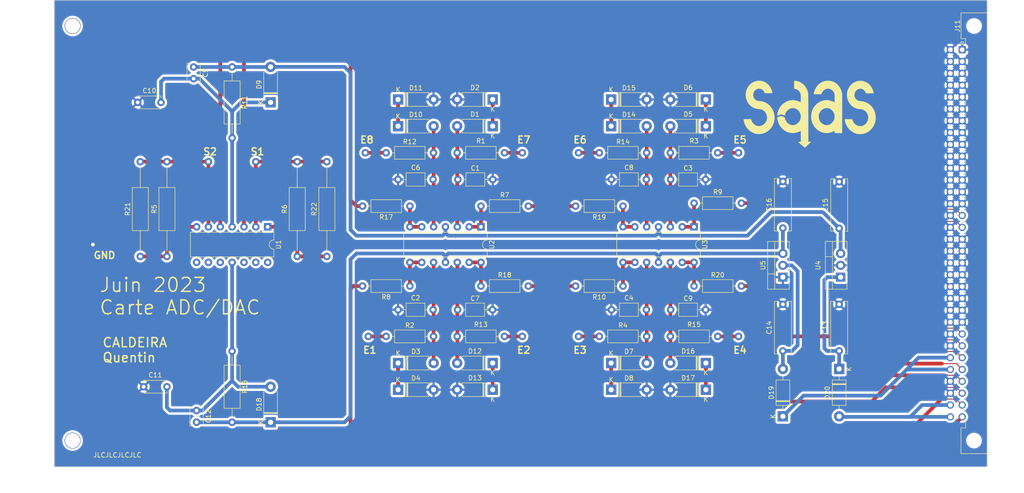
<source format=kicad_pcb>
(kicad_pcb (version 20221018) (generator pcbnew)
  (layers (0 "F.Cu" signal) (31 "B.Cu" signal) (34 "B.Paste" user) (35 "F.Paste" user) (36 "B.SilkS" user "B.Silkscreen") (37 "F.SilkS" user "F.Silkscreen") (38 "B.Mask" user) (39 "F.Mask" user) (44 "Edge.Cuts" user))
  (net 0 "")
  (net 1 "Net-(D1-A)")
  (net 2 "GND")
  (net 3 "Net-(D3-A)")
  (net 4 "Net-(D5-A)")
  (net 5 "Net-(D7-A)")
  (net 6 "Net-(D9-K)")
  (net 7 "Net-(D10-A)")
  (net 8 "Net-(D12-A)")
  (net 9 "Net-(D14-A)")
  (net 10 "Net-(D16-A)")
  (net 11 "/-15")
  (net 12 "Net-(D18-A)")
  (net 13 "/+15")
  (net 14 "Net-(D20-K)")
  (net 15 "Net-(D19-A)")
  (net 16 "Net-(D1-K)")
  (net 17 "Net-(D3-K)")
  (net 18 "Net-(D5-K)")
  (net 19 "Net-(D7-K)")
  (net 20 "Net-(D10-K)")
  (net 21 "Net-(D12-K)")
  (net 22 "Net-(D14-K)")
  (net 23 "Net-(D16-K)")
  (net 24 "/+24")
  (net 25 "/-24")
  (net 26 "/E1")
  (net 27 "/E2")
  (net 28 "/E3")
  (net 29 "/E4")
  (net 30 "/E5")
  (net 31 "/E6")
  (net 32 "/E7")
  (net 33 "/E8")
  (net 34 "/S1")
  (net 35 "/S2")
  (net 36 "Net-(U2A--)")
  (net 37 "Net-(U2C--)")
  (net 38 "Net-(U2B--)")
  (net 39 "Net-(U2D--)")
  (net 40 "Net-(U3A--)")
  (net 41 "Net-(U3C--)")
  (net 42 "Net-(U3B--)")
  (net 43 "Net-(U3D--)")
  (net 44 "Net-(R21-Pad1)")
  (net 45 "Net-(R22-Pad1)")
  (net 46 "unconnected-(R1-Pad1)")
  (net 47 "unconnected-(R2-Pad1)")
  (net 48 "unconnected-(R3-Pad1)")
  (net 49 "unconnected-(R4-Pad1)")
  (net 50 "unconnected-(R12-Pad1)")
  (net 51 "unconnected-(R13-Pad1)")
  (net 52 "unconnected-(R14-Pad1)")
  (net 53 "unconnected-(R15-Pad1)")
  (net 54 "/tempS2")
  (net 55 "/tempS1")
  (footprint "Diode_THT:D_DO-41_SOD81_P10.16mm_Horizontal" (layer "F.Cu") (at 213.385 129.045 -90)
    (fp_text reference "D20")
    (fp_text value "1N4001" hide)
  )
  (footprint "Resistor_THT:R_Axial_DIN0309_L9.0mm_D3.2mm_P15.24mm_Horizontal" (layer "F.Cu") (at 83.215 64.275 -90)
    (fp_text reference "R11")
    (fp_text value "2k")
  )
  (footprint "Diode_THT:D_DO-41_SOD81_P7.62mm_Horizontal" (layer "F.Cu") (at 184.81 133.49 180)
    (fp_text reference "D17")
    (fp_text value "10V" hide)
  )
  (footprint "Package_DIP:DIP-14_W7.62mm" (layer "F.Cu") (at 90.835 98.565 -90)
    (fp_text reference "U1")
    (fp_text value "TL064")
  )
  (footprint "Package_DIP:DIP-14_W7.62mm" (layer "F.Cu") (at 182.27 98.565 -90)
    (fp_text reference "U3")
    (fp_text value "TL064")
  )
  (footprint "Resistor_THT:R_Axial_DIN0207_L6.3mm_D2.5mm_P10.16mm_Horizontal" (layer "F.Cu") (at 121.34 94.12 180)
    (fp_text reference "R17")
    (fp_text value "R_US")
  )
  (footprint "Capacitor_THT:C_Axial_L3.8mm_D2.6mm_P7.50mm_Horizontal" (layer "F.Cu") (at 172.05 88.405 180)
    (fp_text reference "C8")
    (fp_text value "0F" hide)
  )
  (footprint "Resistor_THT:R_Axial_DIN0207_L6.3mm_D2.5mm_P10.16mm_Horizontal" (layer "F.Cu") (at 121.34 111.265 180)
    (fp_text reference "R8")
    (fp_text value "R_US")
  )
  (footprint "Resistor_THT:R_Axial_DIN0207_L6.3mm_D2.5mm_P10.16mm_Horizontal" (layer "F.Cu") (at 182.27 93.485)
    (fp_text reference "R9")
    (fp_text value "R_US")
  )
  (footprint "Diode_THT:D_DO-41_SOD81_P7.62mm_Horizontal" (layer "F.Cu") (at 91.465 71.885 90)
    (fp_text reference "D9")
    (fp_text value "15V")
  )
  (footprint "Resistor_THT:R_Axial_DIN0309_L9.0mm_D3.2mm_P20.32mm_Horizontal" (layer "F.Cu") (at 97.18 104.915 90)
    (fp_text reference "R6")
    (fp_text value "1k")
  )
  (footprint "Capacitor_THT:C_Disc_D4.7mm_W2.5mm_P5.00mm" (layer "F.Cu") (at 64.24 132.855)
    (fp_text reference "C11")
    (fp_text value "10n")
  )
  (footprint "Diode_THT:D_DO-41_SOD81_P7.62mm_Horizontal" (layer "F.Cu") (at 164.49 71.26)
    (fp_text reference "D15")
    (fp_text value "10V" hide)
  )
  (footprint "Diode_THT:D_DO-41_SOD81_P10.16mm_Horizontal" (layer "F.Cu") (at 201.32 139.205 90)
    (fp_text reference "D19")
    (fp_text value "1N4001")
  )
  (footprint "Diode_THT:D_DO-41_SOD81_P7.62mm_Horizontal" (layer "F.Cu") (at 118.8 71.26)
    (fp_text reference "D11")
    (fp_text value "10V")
  )
  (footprint "Capacitor_THT:C_Rect_L11.0mm_W3.4mm_P10.00mm_MKT" (layer "F.Cu") (at 201.32 98.83 90)
    (fp_text reference "C16")
    (fp_text value "0.22uF")
  )
  (footprint "Diode_THT:D_DO-41_SOD81_P7.62mm_Horizontal" (layer "F.Cu") (at 164.49 133.49)
    (fp_text reference "D8")
    (fp_text value "10V")
  )
  (footprint "Resistor_THT:R_Axial_DIN0207_L6.3mm_D2.5mm_P10.16mm_Horizontal" (layer "F.Cu") (at 141.63 122.06 180)
    (fp_text reference "R13")
    (fp_text value "R_US")
  )
  (footprint "Resistor_THT:R_Axial_DIN0207_L6.3mm_D2.5mm_P10.16mm_Horizontal" (layer "F.Cu") (at 136.58 111.265)
    (fp_text reference "R18")
    (fp_text value "R_US")
  )
  (footprint "Capacitor_THT:C_Axial_L3.8mm_D2.6mm_P7.50mm_Horizontal" (layer "F.Cu") (at 131.56 116.345)
    (fp_text reference "C7")
    (fp_text value "0F")
  )
  (footprint "Resistor_THT:R_Axial_DIN0207_L6.3mm_D2.5mm_P10.16mm_Horizontal" (layer "F.Cu") (at 116.23 122.06)
    (fp_text reference "R2")
    (fp_text value "R_US")
  )
  (footprint "Resistor_THT:R_Axial_DIN0309_L9.0mm_D3.2mm_P20.32mm_Horizontal" (layer "F.Cu") (at 69.24 104.915 90)
    (fp_text reference "R5")
    (fp_text value "1k")
  )
  (footprint "Resistor_THT:R_Axial_DIN0207_L6.3mm_D2.5mm_P10.16mm_Horizontal" (layer "F.Cu") (at 161.95 122.06)
    (fp_text reference "R4")
    (fp_text value "R_US")
  )
  (footprint "Connector_DIN:DIN41612_B_2x32_Male_Horizontal_THT" (layer "F.Cu") (at 239.77 60.58 -90)
    (fp_text reference "J11")
    (fp_text value "DIN41612_02x32_AB" hide)
  )
  (footprint "Resistor_THT:R_Axial_DIN0207_L6.3mm_D2.5mm_P10.16mm_Horizontal" (layer "F.Cu") (at 187.35 82.69 180)
    (fp_text reference "R3")
    (fp_text value "R_US")
  )
  (footprint "Resistor_THT:R_Axial_DIN0207_L6.3mm_D2.5mm_P10.16mm_Horizontal" (layer "F.Cu") (at 136.58 94.12)
    (fp_text reference "R7")
    (fp_text value "R_US")
  )
  (footprint "Capacitor_THT:C_Axial_L3.8mm_D2.6mm_P7.50mm_Horizontal" (layer "F.Cu") (at 126.3 88.405 180)
    (fp_text reference "C6")
    (fp_text value "0F")
  )
  (footprint "Capacitor_THT:C_Disc_D4.7mm_W2.5mm_P5.00mm" (layer "F.Cu") (at 62.97 71.885)
    (fp_text reference "C10")
    (fp_text value "10n")
  )
  (footprint "Capacitor_THT:C_Disc_D3.8mm_W2.6mm_P2.50mm" (layer "F.Cu") (at 75.59 137.955 -90)
    (fp_text reference "C12")
    (fp_text value "10n")
  )
  (footprint "Resistor_THT:R_Axial_DIN0207_L6.3mm_D2.5mm_P10.16mm_Horizontal" (layer "F.Cu") (at 187.35 122.06 180)
    (fp_text reference "R15")
    (fp_text value "R_US")
  )
  (footprint "Package_DIP:DIP-14_W7.62mm" (layer "F.Cu") (at 136.58 98.565 -90)
    (fp_text reference "U2")
    (fp_text value "TL064")
  )
  (footprint "Resistor_THT:R_Axial_DIN0309_L9.0mm_D3.2mm_P20.32mm_Horizontal" (layer "F.Cu") (at 103.53 104.915 90)
    (fp_text reference "R22")
    (fp_text value "1k")
  )
  (footprint "Capacitor_THT:C_Disc_D3.8mm_W2.6mm_P2.50mm" (layer "F.Cu") (at 74.955 64.295 -90)
    (fp_text reference "C5")
    (fp_text value "10n")
  )
  (footprint "Diode_THT:D_DO-41_SOD81_P7.62mm_Horizontal" (layer "F.Cu") (at 164.49 127.775)
    (fp_text reference "D7")
    (fp_text value "10V" hide)
  )
  (footprint "Resistor_THT:R_Axial_DIN0309_L9.0mm_D3.2mm_P20.32mm_Horizontal" (layer "F.Cu") (at 63.525 104.915 90)
    (fp_text reference "R21")
    (fp_text value "1k")
  )
  (footprint "Resistor_THT:R_Axial_DIN0207_L6.3mm_D2.5mm_P10.16mm_Horizontal" (layer "F.Cu") (at 182.265 111.265)
    (fp_text reference "R20")
    (fp_text value "R_US")
  )
  (footprint "Diode_THT:D_DO-41_SOD81_P7.62mm_Horizontal" (layer "F.Cu") (at 164.49 76.975)
    (fp_text reference "D14")
    (fp_text value "10V" hide)
  )
  (footprint "Diode_THT:D_DO-41_SOD81_P7.62mm_Horizontal" (layer "F.Cu") (at 184.81 76.975 180)
    (fp_text reference "D5")
    (fp_text value "10V" hide)
  )
  (footprint "Diode_THT:D_DO-41_SOD81_P7.62mm_Horizontal" (layer "F.Cu") (at 139.09 76.975 180)
    (fp_text reference "D1")
    (fp_text value "10V")
  )
  (footprint "Diode_THT:D_DO-41_SOD81_P7.62mm_Horizontal" (layer "F.Cu") (at 139.09 127.775 180)
    (fp_text reference "D12")
    (fp_text value "10V")
  )
  (footprint "Diode_THT:D_DO-41_SOD81_P7.62mm_Horizontal" (layer "F.Cu") (at 91.465 140.475 90)
    (fp_text reference "D18")
    (fp_text value "15V")
  )
  (footprint "Diode_THT:D_DO-41_SOD81_P7.62mm_Horizontal" (layer "F.Cu") (at 118.8 76.975)
    (fp_text reference "D10")
    (fp_text value "10V")
  )
  (footprint "Diode_THT:D_DO-41_SOD81_P7.62mm_Horizontal" (layer "F.Cu") (at 184.81 127.775 180)
    (fp_text reference "D16")
    (fp_text value "10V" hide)
  )
  (footprint "Capacitor_THT:C_Rect_L11.0mm_W3.4mm_P10.00mm_MKT" (layer "F.Cu") (at 213.385 125.175 90)
    (fp_text reference "C13")
    (fp_text value "0.22uF")
  )
  (footprint "Resistor_THT:R_Axial_DIN0207_L6.3mm_D2.5mm_P10.16mm_Horizontal" (layer "F.Cu") (at 167.03 94.12 180)
    (fp_text reference "R19")
    (fp_text value "R_US")
  )
  (footprint "Package_TO_SOT_THT:TO-220-3_Vertical" (layer "F.Cu") (at 201.32 109.36 90)
    (fp_text reference "U5")
    (fp_text value "L7915")
  )
  (footprint "Capacitor_THT:C_Axial_L3.8mm_D2.6mm_P7.50mm_Horizontal" (layer "F.Cu") (at 177.25 88.405)
    (fp_text reference "C3")
    (fp_text value "0F" hide)
  )
  (footprint "Diode_THT:D_DO-41_SOD81_P7.62mm_Horizontal" (layer "F.Cu") (at 139.09 133.49 180)
    (fp_text reference "D13")
    (fp_text value "10V")
  )
  (footprint "logo:serigraphie" (layer "F.Cu") (at 207.035 74.435)
    (fp_text reference "G***" hide)
    (fp_text value "LOGO" hide)
  )
  (footprint "Diode_THT:D_DO-41_SOD81_P7.62mm_Horizontal" (layer "F.Cu") (at 139.09 71.26 180)
    (fp_text reference "D2")
    (fp_text value "10V")
  )
  (footprint "Capacitor_THT:C_Rect_L11.0mm_W3.4mm_P10.00mm_MKT" (layer "F.Cu") (at 201.32 125.175 90)
    (fp_text reference "C14")
    (fp_text value "0.22uF")
  )
  (footprint "Package_TO_SOT_THT:TO-220-3_Vertical" (layer "F.Cu") (at 213.695 109.36 90)
    (fp_text reference "U4")
    (fp_text value "L7815")
  )
  (footprint "Capacitor_THT:C_Axial_L3.8mm_D2.6mm_P7.50mm_Horizontal" (layer "F.Cu") (at 177.25 116.345)
    (fp_text reference "C9")
    (fp_text value "0F")
  )
  (footprint "Capacitor_THT:C_Axial_L3.8mm_D2.6mm_P7.50mm_Horizontal" (layer "F.Cu") (at 131.62 88.405)
    (fp_text reference "C1")
    (fp_text value "0F")
  )
  (footprint "Diode_THT:D_DO-41_SOD81_P7.62mm_Horizontal" (layer "F.Cu") (at 118.8 133.49)
    (fp_text reference "D4")
    (fp_text value "10V")
  )
  (footprint "Diode_THT:D_DO-41_SOD81_P7.62mm_Horizontal" (layer "F.Cu") (at 184.81 71.26 180)
    (fp_text reference "D6")
    (fp_text value "10V" hide)
  )
  (footprint "Resistor_THT:R_Axial_DIN0207_L6.3mm_D2.5mm_P10.16mm_Horizontal" (layer "F.Cu") (at 161.95 82.69)
    (fp_text reference "R14")
    (fp_text value "R_US")
  )
  (footprint "Diode_THT:D_DO-41_SOD81_P7.62mm_Horizontal" (layer "F.Cu") (at 118.8 127.775)
    (fp_text reference "D3")
    (fp_text value "10V")
  )
  (footprint "Resistor_THT:R_Axial_DIN0207_L6.3mm_D2.5mm_P10.16mm_Horizontal" (layer "F.Cu") (at 167.03 111.265 180)
    (fp_text reference "R10")
    (fp_text value "R_US")
  )
  (footprint "Resistor_THT:R_Axial_DIN0207_L6.3mm_D2.5mm_P10.16mm_Horizontal" (layer "F.Cu") (at 141.63 82.69 180)
    (fp_text reference "R1")
    (fp_text value "R_US")
  )
  (footprint "Resistor_THT:R_Axial_DIN0309_L9.0mm_D3.2mm_P15.24mm_Horizontal" (layer "F.Cu") (at 83.21 125.235 -90)
    (fp_text reference "R16")
    (fp_text value "2k")
  )
  (footprint "Capacitor_THT:C_Rect_L11.0mm_W3.4mm_P10.00mm_MKT" (layer "F.Cu") (at 213.385 98.89 90)
    (fp_text reference "C15")
    (fp_text value "0.22uF")
  )
  (footprint "Capacitor_THT:C_Axial_L3.8mm_D2.6mm_P7.50mm_Horizontal" (layer "F.Cu") (at 172.05 116.345 180)
    (fp_text reference "C4")
    (fp_text value "0F" hide)
  )
  (footprint "Resistor_THT:R_Axial_DIN0207_L6.3mm_D2.5mm_P10.16mm_Horizontal" (layer "F.Cu") (at 116.23 82.69)
    (fp_text reference "R12")
    (fp_text value "R_US")
  )
  (footprint "Capacitor_THT:C_Axial_L3.8mm_D2.6mm_P7.50mm_Horizontal" (layer "F.Cu") (at 126.3 116.345 180)
    (fp_text reference "C2")
    (fp_text value "0F")
  )
  (gr_rect (start 45.11 50) (end 245.11 150) (stroke (width 0.1)) (fill none) (layer "Edge.Cuts"))
  (gr_text "Juin 2023\nCarte ADC/DAC\n" (at 54.61 117.615) (layer "F.SilkS") (effects (font (size 3 3) (thickness 0.3) bold) (justify left bottom)))
  (gr_text "E2" (at 144.17 125.87) (layer "F.SilkS") (effects (font (size 1.5 1.5) (thickness 0.3) bold) (justify left bottom)))
  (gr_text "E4" (at 190.525 125.87) (layer "F.SilkS") (effects (font (size 1.5 1.5) (thickness 0.3) bold) (justify left bottom)))
  (gr_text "E7" (at 144.17 80.785) (layer "F.SilkS") (effects (font (size 1.5 1.5) (thickness 0.3) bold) (justify left bottom)))
  (gr_text "E8" (at 110.515 80.785) (layer "F.SilkS") (effects (font (size 1.5 1.5) (thickness 0.3) bold) (justify left bottom)))
  (gr_text "E3" (at 156.235 125.87) (layer "F.SilkS") (effects (font (size 1.5 1.5) (thickness 0.3) bold) (justify left bottom)))
  (gr_text "S2" (at 76.86 83.325) (layer "F.SilkS") (effects (font (size 1.5 1.5) (thickness 0.3) bold) (justify left bottom)))
  (gr_text "S1" (at 87.02 83.325) (layer "F.SilkS") (effects (font (size 1.5 1.5) (thickness 0.3) bold) (justify left bottom)))
  (gr_text "GND" (at 53.365 105.55) (layer "F.SilkS") (effects (font (size 1.5 1.5) (thickness 0.3) bold) (justify left bottom)))
  (gr_text "CALDEIRA\nQuentin" (at 55.27 127.775) (layer "F.SilkS") (effects (font (size 2 2) (thickness 0.3) bold) (justify left bottom)))
  (gr_text "E6" (at 156.235 80.785) (layer "F.SilkS") (effects (font (size 1.5 1.5) (thickness 0.3) bold) (justify left bottom)))
  (gr_text "JLCJLCJLCJLC" (at 53.365 148.095) (layer "F.SilkS") (effects (font (size 1 1)) (justify left bottom)))
  (gr_text "E5" (at 190.525 80.785) (layer "F.SilkS") (effects (font (size 1.5 1.5) (thickness 0.3) bold) (justify left bottom)))
  (gr_text "E1" (at 111.15 125.87) (layer "F.SilkS") (effects (font (size 1.5 1.5) (thickness 0.3) bold) (justify left bottom)))
  (via (at 49.01 55.5) (size 3.4) (drill 3.2) (layers "F.Cu" "B.Cu") (net 0))
  (via (at 49.01 144.4) (size 3.4) (drill 3.2) (layers "F.Cu" "B.Cu") (net 0))
  (segment (start 131.5 98.565) (end 131.5 77.005) (width 0.8) (layer "F.Cu") (net 1))
  (segment (start 131.5 77.005) (end 131.47 76.975) (width 0.8) (layer "F.Cu") (net 1))
  (via (at 53.365 102.375) (size 1.6) (drill 0.8) (layers "F.Cu" "B.Cu") (net 2))
  (segment (start 126.42 106.185) (end 126.42 127.775) (width 0.8) (layer "F.Cu") (net 3))
  (segment (start 177.19 98.565) (end 177.19 76.975) (width 0.8) (layer "F.Cu") (net 4))
  (segment (start 172.11 106.185) (end 172.11 127.775) (width 0.8) (layer "F.Cu") (net 5))
  (segment (start 76.205 66.795) (end 83.215 73.805) (width 0.8) (layer "B.Cu") (net 6))
  (segment (start 83.215 73.805) (end 83.215 84.595) (width 0.8) (layer "B.Cu") (net 6))
  (segment (start 67.97 71.885) (end 67.97 67.45) (width 0.8) (layer "B.Cu") (net 6))
  (segment (start 67.97 67.45) (end 68.625 66.795) (width 0.8) (layer "B.Cu") (net 6))
  (segment (start 83.215 84.595) (end 83.215 98.565) (width 0.8) (layer "B.Cu") (net 6))
  (segment (start 83.21 73.8) (end 83.215 73.805) (width 0.8) (layer "B.Cu") (net 6))
  (segment (start 74.955 66.795) (end 76.205 66.795) (width 0.8) (layer "B.Cu") (net 6))
  (segment (start 91.465 71.885) (end 85.125 71.885) (width 0.8) (layer "B.Cu") (net 6))
  (segment (start 85.125 71.885) (end 83.21 73.8) (width 0.8) (layer "B.Cu") (net 6))
  (segment (start 68.625 66.795) (end 74.955 66.795) (width 0.8) (layer "B.Cu") (net 6))
  (segment (start 126.42 98.565) (end 126.42 76.975) (width 0.8) (layer "F.Cu") (net 7))
  (segment (start 131.5 106.185) (end 131.5 127.745) (width 0.8) (layer "F.Cu") (net 8))
  (segment (start 131.5 127.745) (end 131.47 127.775) (width 0.8) (layer "F.Cu") (net 8))
  (segment (start 172.11 98.565) (end 172.11 76.975) (width 0.8) (layer "F.Cu") (net 9))
  (segment (start 177.19 106.185) (end 177.19 127.775) (width 0.8) (layer "F.Cu") (net 10))
  (segment (start 109.88 104.28) (end 128.355 104.28) (width 0.8) (layer "B.Cu") (net 11))
  (segment (start 128.355 104.28) (end 128.96 104.885) (width 0.8) (layer "B.Cu") (net 11))
  (segment (start 75.61 140.475) (end 75.59 140.455) (width 0.8) (layer "B.Cu") (net 11))
  (segment (start 91.465 140.475) (end 75.61 140.475) (width 0.8) (layer "B.Cu") (net 11))
  (segment (start 129.565 104.28) (end 174.015 104.28) (width 0.8) (layer "B.Cu") (net 11))
  (segment (start 108.61 105.55) (end 109.88 104.28) (width 0.8) (layer "B.Cu") (net 11))
  (segment (start 128.96 106.185) (end 128.96 104.885) (width 0.8) (layer "B.Cu") (net 11))
  (segment (start 201.32 104.28) (end 201.32 98.83) (width 0.8) (layer "B.Cu") (net 11))
  (segment (start 91.465 140.475) (end 107.34 140.475) (width 0.8) (layer "B.Cu") (net 11))
  (segment (start 174.65 104.915) (end 175.285 104.28) (width 0.8) (layer "B.Cu") (net 11))
  (segment (start 174.65 106.185) (end 174.65 104.915) (width 0.8) (layer "B.Cu") (net 11))
  (segment (start 175.285 104.28) (end 201.32 104.28) (width 0.8) (layer "B.Cu") (net 11))
  (segment (start 128.96 104.885) (end 129.565 104.28) (width 0.8) (layer "B.Cu") (net 11))
  (segment (start 108.61 139.205) (end 108.61 105.55) (width 0.8) (layer "B.Cu") (net 11))
  (segment (start 107.34 140.475) (end 108.61 139.205) (width 0.8) (layer "B.Cu") (net 11))
  (segment (start 174.015 104.28) (end 174.65 104.915) (width 0.8) (layer "B.Cu") (net 11))
  (segment (start 75.59 137.955) (end 76.84 137.955) (width 0.8) (layer "B.Cu") (net 12))
  (segment (start 76.84 137.955) (end 83.21 131.585) (width 0.8) (layer "B.Cu") (net 12))
  (segment (start 69.22 137.28) (end 69.895 137.955) (width 0.8) (layer "B.Cu") (net 12))
  (segment (start 69.895 137.955) (end 75.59 137.955) (width 0.8) (layer "B.Cu") (net 12))
  (segment (start 83.21 106.19) (end 83.215 106.185) (width 0.8) (layer "B.Cu") (net 12))
  (segment (start 84.48 132.855) (end 83.21 131.585) (width 0.8) (layer "B.Cu") (net 12))
  (segment (start 91.465 132.855) (end 84.48 132.855) (width 0.8) (layer "B.Cu") (net 12))
  (segment (start 69.22 132.855) (end 69.22 137.28) (width 0.8) (layer "B.Cu") (net 12))
  (segment (start 83.21 120.155) (end 83.21 106.19) (width 0.8) (layer "B.Cu") (net 12))
  (segment (start 83.21 131.585) (end 83.21 120.155) (width 0.8) (layer "B.Cu") (net 12))
  (segment (start 108.61 65.545) (end 108.61 99.2) (width 0.8) (layer "B.Cu") (net 13))
  (segment (start 107.33 64.265) (end 108.61 65.545) (width 0.8) (layer "B.Cu") (net 13))
  (segment (start 174.65 99.835) (end 175.285 100.47) (width 0.8) (layer "B.Cu") (net 13))
  (segment (start 174.015 100.47) (end 174.65 99.835) (width 0.8) (layer "B.Cu") (net 13))
  (segment (start 128.96 99.865) (end 129.565 100.47) (width 0.8) (layer "B.Cu") (net 13))
  (segment (start 108.61 99.2) (end 109.88 100.47) (width 0.8) (layer "B.Cu") (net 13))
  (segment (start 198.78 95.39) (end 209.885 95.39) (width 0.8) (layer "B.Cu") (net 13))
  (segment (start 128.96 98.565) (end 128.96 99.865) (width 0.8) (layer "B.Cu") (net 13))
  (segment (start 213.695 99.2) (end 213.385 98.89) (width 0.8) (layer "B.Cu") (net 13))
  (segment (start 129.565 100.47) (end 174.015 100.47) (width 0.8) (layer "B.Cu") (net 13))
  (segment (start 213.695 104.28) (end 213.695 99.2) (width 0.8) (layer "B.Cu") (net 13))
  (segment (start 209.885 95.39) (end 213.385 98.89) (width 0.8) (layer "B.Cu") (net 13))
  (segment (start 91.465 64.265) (end 107.33 64.265) (width 0.8) (layer "B.Cu") (net 13))
  (segment (start 175.285 100.47) (end 193.7 100.47) (width 0.8) (layer "B.Cu") (net 13))
  (segment (start 193.7 100.47) (end 198.78 95.39) (width 0.8) (layer "B.Cu") (net 13))
  (segment (start 174.65 98.565) (end 174.65 99.835) (width 0.8) (layer "B.Cu") (net 13))
  (segment (start 74.955 64.295) (end 91.435 64.295) (width 0.8) (layer "B.Cu") (net 13))
  (segment (start 128.355 100.47) (end 128.96 99.865) (width 0.8) (layer "B.Cu") (net 13))
  (segment (start 91.435 64.295) (end 91.465 64.265) (width 0.8) (layer "B.Cu") (net 13))
  (segment (start 109.88 100.47) (end 128.355 100.47) (width 0.8) (layer "B.Cu") (net 13))
  (segment (start 210.21 109.995) (end 210.845 109.36) (width 0.8) (layer "B.Cu") (net 14))
  (segment (start 210.21 124.6) (end 210.21 109.995) (width 0.8) (layer "B.Cu") (net 14))
  (segment (start 210.785 125.175) (end 210.21 124.6) (width 0.8) (layer "B.Cu") (net 14))
  (segment (start 210.845 109.36) (end 213.695 109.36) (width 0.8) (layer "B.Cu") (net 14))
  (segment (start 213.385 125.175) (end 210.785 125.175) (width 0.8) (layer "B.Cu") (net 14))
  (segment (start 213.385 129.045) (end 213.385 125.175) (width 0.8) (layer "B.Cu") (net 14))
  (segment (start 203.285 125.175) (end 204.495 123.965) (width 0.8) (layer "B.Cu") (net 15))
  (segment (start 204.495 108.09) (end 203.225 106.82) (width 0.8) (layer "B.Cu") (net 15))
  (segment (start 203.225 106.82) (end 201.32 106.82) (width 0.8) (layer "B.Cu") (net 15))
  (segment (start 201.32 129.045) (end 201.32 125.175) (width 0.8) (layer "B.Cu") (net 15))
  (segment (start 204.495 123.965) (end 204.495 108.09) (width 0.8) (layer "B.Cu") (net 15))
  (segment (start 201.32 125.175) (end 203.285 125.175) (width 0.8) (layer "B.Cu") (net 15))
  (segment (start 139.09 76.975) (end 139.09 71.26) (width 0.8) (layer "F.Cu") (net 16))
  (segment (start 118.8 127.775) (end 118.8 133.49) (width 0.8) (layer "F.Cu") (net 17))
  (segment (start 184.81 76.975) (end 184.81 71.26) (width 0.8) (layer "F.Cu") (net 18))
  (segment (start 164.49 127.775) (end 164.49 133.49) (width 0.8) (layer "F.Cu") (net 19))
  (segment (start 118.8 76.975) (end 118.8 71.26) (width 0.8) (layer "F.Cu") (net 20))
  (segment (start 139.09 133.49) (end 139.09 127.775) (width 0.8) (layer "F.Cu") (net 21))
  (segment (start 164.49 76.975) (end 164.49 71.26) (width 0.8) (layer "F.Cu") (net 22))
  (segment (start 184.81 133.49) (end 184.81 127.775) (width 0.8) (layer "F.Cu") (net 23))
  (segment (start 231.165 136.78) (end 228.625 139.32) (width 0.8) (layer "B.Cu") (net 24))
  (segment (start 237.23 139.32) (end 228.625 139.32) (width 0.8) (layer "B.Cu") (net 24))
  (segment (start 228.625 139.32) (end 213.5 139.32) (width 0.8) (layer "B.Cu") (net 24))
  (segment (start 237.23 136.78) (end 231.165 136.78) (width 0.8) (layer "B.Cu") (net 24))
  (segment (start 213.5 139.32) (end 213.385 139.205) (width 0.8) (layer "B.Cu") (net 24))
  (segment (start 205.765 134.76) (end 222.275 134.76) (width 0.8) (layer "B.Cu") (net 25))
  (segment (start 230.415 126.62) (end 227.875 129.16) (width 0.8) (layer "B.Cu") (net 25))
  (segment (start 201.32 139.205) (end 205.765 134.76) (width 0.8) (layer "B.Cu") (net 25))
  (segment (start 237.23 126.62) (end 230.415 126.62) (width 0.8) (layer "B.Cu") (net 25))
  (segment (start 227.875 129.16) (end 237.23 129.16) (width 0.8) (layer "B.Cu") (net 25))
  (segment (start 222.275 134.76) (end 227.875 129.16) (width 0.8) (layer "B.Cu") (net 25))
  (segment (start 111.18 111.265) (end 109.245 111.265) (width 0.8) (layer "F.Cu") (net 26))
  (segment (start 109.88 144.92) (end 234.17 144.92) (width 0.8) (layer "F.Cu") (net 26))
  (segment (start 108.61 143.65) (end 109.88 144.92) (width 0.8) (layer "F.Cu") (net 26))
  (segment (start 234.17 144.92) (end 239.77 139.32) (width 0.8) (layer "F.Cu") (net 26))
  (segment (start 109.245 111.265) (end 108.61 111.9) (width 0.8) (layer "F.Cu") (net 26))
  (segment (start 108.61 111.9) (end 108.61 143.65) (width 0.8) (layer "F.Cu") (net 26))
  (segment (start 239.77 136.78) (end 238.49 135.5) (width 0.2) (layer "F.Cu") (net 27))
  (segment (start 228.43 142.38) (end 235.31 135.5) (width 0.8) (layer "F.Cu") (net 27))
  (segment (start 149.25 141.11) (end 150.52 142.38) (width 0.8) (layer "F.Cu") (net 27))
  (segment (start 146.74 111.265) (end 148.615 111.265) (width 0.8) (layer "F.Cu") (net 27))
  (segment (start 149.25 111.9) (end 149.25 141.11) (width 0.8) (layer "F.Cu") (net 27))
  (segment (start 238.49 135.5) (end 235.31 135.5) (width 0.2) (layer "F.Cu") (net 27))
  (segment (start 148.615 111.265) (end 149.25 111.9) (width 0.8) (layer "F.Cu") (net 27))
  (segment (start 150.52 142.38) (end 228.43 142.38) (width 0.8) (layer "F.Cu") (net 27))
  (segment (start 154.33 134.76) (end 155.6 136.03) (width 0.8) (layer "F.Cu") (net 28))
  (segment (start 223.4 133) (end 235.41 133) (width 0.8) (layer "F.Cu") (net 28))
  (segment (start 238.53 133) (end 235.41 133) (width 0.2) (layer "F.Cu") (net 28))
  (segment (start 220.37 136.03) (end 223.4 133) (width 0.8) (layer "F.Cu") (net 28))
  (segment (start 154.965 111.265) (end 154.33 111.9) (width 0.8) (layer "F.Cu") (net 28))
  (segment (start 154.33 111.9) (end 154.33 134.76) (width 0.8) (layer "F.Cu") (net 28))
  (segment (start 155.6 136.03) (end 220.37 136.03) (width 0.8) (layer "F.Cu") (net 28))
  (segment (start 239.77 134.24) (end 238.53 133) (width 0.2) (layer "F.Cu") (net 28))
  (segment (start 156.87 111.265) (end 154.965 111.265) (width 0.8) (layer "F.Cu") (net 28))
  (segment (start 194.335 111.265) (end 194.97 111.9) (width 0.8) (layer "F.Cu") (net 29))
  (segment (start 238.47 130.4) (end 235.61 130.4) (width 0.2) (layer "F.Cu") (net 29))
  (segment (start 239.77 131.7) (end 238.47 130.4) (width 0.2) (layer "F.Cu") (net 29))
  (segment (start 194.97 120.79) (end 196.24 122.06) (width 0.8) (layer "F.Cu") (net 29))
  (segment (start 192.425 111.265) (end 194.335 111.265) (width 0.8) (layer "F.Cu") (net 29))
  (segment (start 219.1 128.41) (end 221.09 130.4) (width 0.8) (layer "F.Cu") (net 29))
  (segment (start 221.09 130.4) (end 235.61 130.4) (width 0.8) (layer "F.Cu") (net 29))
  (segment (start 196.24 122.06) (end 217.83 122.06) (width 0.8) (layer "F.Cu") (net 29))
  (segment (start 219.1 123.33) (end 219.1 128.41) (width 0.8) (layer "F.Cu") (net 29))
  (segment (start 217.83 122.06) (end 219.1 123.33) (width 0.8) (layer "F.Cu") (net 29))
  (segment (start 194.97 111.9) (end 194.97 120.79) (width 0.8) (layer "F.Cu") (net 29))
  (segment (start 238.51 127.9) (end 235.41 127.9) (width 0.2) (layer "F.Cu") (net 30))
  (segment (start 221.64 125.87) (end 223.67 127.9) (width 0.8) (layer "F.Cu") (net 30))
  (segment (start 239.77 129.16) (end 238.51 127.9) (width 0.2) (layer "F.Cu") (net 30))
  (segment (start 223.67 127.9) (end 235.41 127.9) (width 0.8) (layer "F.Cu") (net 30))
  (segment (start 192.43 93.485) (end 219.735 93.485) (width 0.8) (layer "F.Cu") (net 30))
  (segment (start 219.735 93.485) (end 221.64 95.39) (width 0.8) (layer "F.Cu") (net 30))
  (segment (start 221.64 95.39) (end 221.64 125.87) (width 0.8) (layer "F.Cu") (net 30))
  (segment (start 155.6 94.12) (end 154.33 92.85) (width 0.8) (layer "F.Cu") (net 31))
  (segment (start 226.15 125.3) (end 235.61 125.3) (width 0.8) (layer "F.Cu") (net 31))
  (segment (start 239.77 126.62) (end 238.45 125.3) (width 0.2) (layer "F.Cu") (net 31))
  (segment (start 238.45 125.3) (end 235.61 125.3) (width 0.2) (layer "F.Cu") (net 31))
  (segment (start 156.87 94.12) (end 155.6 94.12) (width 0.8) (layer "F.Cu") (net 31))
  (segment (start 154.33 92.85) (end 154.33 64.91) (width 0.8) (layer "F.Cu") (net 31))
  (segment (start 224.18 64.91) (end 224.18 123.33) (width 0.8) (layer "F.Cu") (net 31))
  (segment (start 154.33 64.91) (end 155.6 63.64) (width 0.8) (layer "F.Cu") (net 31))
  (segment (start 222.91 63.64) (end 224.18 64.91) (width 0.8) (layer "F.Cu") (net 31))
  (segment (start 155.6 63.64) (end 222.91 63.64) (width 0.8) (layer "F.Cu") (net 31))
  (segment (start 224.18 123.33) (end 226.15 125.3) (width 0.8) (layer "F.Cu") (net 31))
  (segment (start 226.72 62.37) (end 226.72 120.79) (width 0.8) (layer "F.Cu") (net 32))
  (segment (start 149.25 62.37) (end 150.52 61.1) (width 0.8) (layer "F.Cu") (net 32))
  (segment (start 226.72 120.79) (end 228.73 122.8) (width 0.8) (layer "F.Cu") (net 32))
  (segment (start 146.74 94.12) (end 147.98 94.12) (width 0.8) (layer "F.Cu") (net 32))
  (segment (start 147.98 94.12) (end 149.25 92.85) (width 0.8) (layer "F.Cu") (net 32))
  (segment (start 238.49 122.8) (end 235.51 122.8) (width 0.2) (layer "F.Cu") (net 32))
  (segment (start 225.45 61.1) (end 226.72 62.37) (width 0.8) (layer "F.Cu") (net 32))
  (segment (start 149.25 92.85) (end 149.25 62.37) (width 0.8) (layer "F.Cu") (net 32))
  (segment (start 228.73 122.8) (end 235.51 122.8) (width 0.8) (layer "F.Cu") (net 32))
  (segment (start 239.77 124.08) (end 238.49 122.8) (width 0.2) (layer "F.Cu") (net 32))
  (segment (start 150.52 61.1) (end 225.45 61.1) (width 0.8) (layer "F.Cu") (net 32))
  (segment (start 108.61 59.83) (end 109.88 58.56) (width 0.8) (layer "F.Cu") (net 33))
  (segment (start 229.26 59.83) (end 229.26 118.25) (width 0.8) (layer "F.Cu") (net 33))
  (segment (start 108.61 92.85) (end 108.61 59.83) (width 0.8) (layer "F.Cu") (net 33))
  (segment (start 111.18 94.12) (end 109.88 94.12) (width 0.8) (layer "F.Cu") (net 33))
  (segment (start 227.99 58.56) (end 229.26 59.83) (width 0.8) (layer "F.Cu") (net 33))
  (segment (start 239.77 121.54) (end 238.53 120.3) (width 0.2) (layer "F.Cu") (net 33))
  (segment (start 229.26 118.25) (end 231.31 120.3) (width 0.8) (layer "F.Cu") (net 33))
  (segment (start 109.88 58.56) (end 227.99 58.56) (width 0.8) (layer "F.Cu") (net 33))
  (segment (start 238.53 120.3) (end 235.61 120.3) (width 0.2) (layer "F.Cu") (net 33))
  (segment (start 109.88 94.12) (end 108.61 92.85) (width 0.8) (layer "F.Cu") (net 33))
  (segment (start 231.31 120.3) (end 235.61 120.3) (width 0.8) (layer "F.Cu") (net 33))
  (segment (start 85.755 57.285) (end 87.02 56.02) (width 0.8) (layer "F.Cu") (net 34))
  (segment (start 230.53 56.02) (end 231.8 57.29) (width 0.8) (layer "F.Cu") (net 34))
  (segment (start 239.77 98.68) (end 238.49 97.4) (width 0.2) (layer "F.Cu") (net 34))
  (segment (start 231.8 57.29) (end 231.8 95.39) (width 0.8) (layer "F.Cu") (net 34))
  (segment (start 87.02 56.02) (end 230.53 56.02) (width 0.8) (layer "F.Cu") (net 34))
  (segment (start 233.81 97.4) (end 235.71 97.4) (width 0.8) (layer "F.Cu") (net 34))
  (segment (start 85.755 98.565) (end 85.755 57.285) (width 0.8) (layer "F.Cu") (net 34))
  (segment (start 238.49 97.4) (end 235.71 97.4) (width 0.2) (layer "F.Cu") (net 34))
  (segment (start 231.8 95.39) (end 233.81 97.4) (width 0.8) (layer "F.Cu") (net 34))
  (segment (start 81.94 53.48) (end 233.07 53.48) (width 0.8) (layer "F.Cu") (net 35))
  (segment (start 234.34 54.75) (end 234.34 93.53) (width 0.8) (layer "F.Cu") (net 35))
  (segment (start 233.07 53.48) (end 234.34 54.75) (width 0.8) (layer "F.Cu") (net 35))
  (segment (start 238.43 94.8) (end 235.61 94.8) (width 0.2) (layer "F.Cu") (net 35))
  (segment (start 80.675 98.565) (end 80.675 54.745) (width 0.8) (layer "F.Cu") (net 35))
  (segment (start 80.675 54.745) (end 81.94 53.48) (width 0.8) (layer "F.Cu") (net 35))
  (segment (start 239.77 96.14) (end 238.43 94.8) (width 0.2) (layer "F.Cu") (net 35))
  (segment (start 234.34 93.53) (end 235.61 94.8) (width 0.8) (layer "F.Cu") (net 35))
  (segment (start 136.58 98.565) (end 136.58 94.12) (width 0.8) (layer "F.Cu") (net 36))
  (segment (start 134.04 98.565) (end 136.58 98.565) (width 0.8) (layer "F.Cu") (net 36))
  (segment (start 121.34 106.185) (end 123.88 106.185) (width 0.8) (layer "F.Cu") (net 37))
  (segment (start 121.34 111.265) (end 121.34 106.185) (width 0.8) (layer "F.Cu") (net 37))
  (segment (start 121.34 98.565) (end 123.88 98.565) (width 0.8) (layer "F.Cu") (net 38))
  (segment (start 121.34 98.565) (end 121.34 94.12) (width 0.8) (layer "F.Cu") (net 38))
  (segment (start 136.58 106.185) (end 136.58 111.265) (width 0.8) (layer "F.Cu") (net 39))
  (segment (start 134.04 106.185) (end 136.58 106.185) (width 0.8) (layer "F.Cu") (net 39))
  (segment (start 179.73 98.565) (end 182.27 98.565) (width 0.8) (layer "F.Cu") (net 40))
  (segment (start 182.27 93.485) (end 182.27 98.565) (width 0.8) (layer "F.Cu") (net 40))
  (segment (start 167.03 111.265) (end 167.03 106.185) (width 0.8) (layer "F.Cu") (net 41))
  (segment (start 167.03 106.185) (end 169.57 106.185) (width 0.8) (layer "F.Cu") (net 41))
  (segment (start 167.03 98.565) (end 169.57 98.565) (width 0.8) (layer "F.Cu") (net 42))
  (segment (start 167.03 98.565) (end 167.03 94.12) (width 0.8) (layer "F.Cu") (net 42))
  (segment (start 182.27 106.185) (end 182.27 111.26) (width 0.8) (layer "F.Cu") (net 43))
  (segment (start 182.27 111.26) (end 182.265 111.265) (width 0.8) (layer "F.Cu") (net 43))
  (segment (start 179.73 106.185) (end 182.27 106.185) (width 0.8) (layer "F.Cu") (net 43))
  (segment (start 69.875 98.565) (end 75.595 98.565) (width 0.8) (layer "F.Cu") (net 44))
  (segment (start 63.525 104.915) (end 69.24 104.915) (width 0.8) (layer "F.Cu") (net 44))
  (segment (start 69.24 99.2) (end 69.875 98.565) (width 0.8) (layer "F.Cu") (net 44))
  (segment (start 69.24 104.915) (end 69.24 99.2) (width 0.8) (layer "F.Cu") (net 44))
  (segment (start 103.53 104.915) (end 97.18 104.915) (width 0.8) (layer "F.Cu") (net 45))
  (segment (start 96.545 98.565) (end 97.18 99.2) (width 0.8) (layer "F.Cu") (net 45))
  (segment (start 97.18 99.2) (end 97.18 104.915) (width 0.8) (layer "F.Cu") (net 45))
  (segment (start 90.835 98.565) (end 96.545 98.565) (width 0.8) (layer "F.Cu") (net 45))
  (segment (start 145.44 82.69) (end 141.63 82.69) (width 0.8) (layer "F.Cu") (net 46))
  (via (at 145.44 82.69) (size 1.6) (drill 0.8) (layers "F.Cu" "B.Cu") (net 46))
  (segment (start 112.42 122.06) (end 116.23 122.06) (width 0.8) (layer "F.Cu") (net 47))
  (via (at 112.42 122.06) (size 1.6) (drill 0.8) (layers "F.Cu" "B.Cu") (net 47))
  (segment (start 187.35 82.69) (end 191.795 82.69) (width 0.8) (layer "F.Cu") (net 48))
  (via (at 191.795 82.69) (size 1.6) (drill 0.8) (layers "F.Cu" "B.Cu") (net 48))
  (segment (start 157.505 122.06) (end 161.95 122.06) (width 0.8) (layer "F.Cu") (net 49))
  (via (at 157.505 122.06) (size 1.6) (drill 0.8) (layers "F.Cu" "B.Cu") (net 49))
  (segment (start 111.785 82.69) (end 116.23 82.69) (width 0.8) (layer "F.Cu") (net 50))
  (via (at 111.785 82.69) (size 1.6) (drill 0.8) (layers "F.Cu" "B.Cu") (net 50))
  (segment (start 141.63 122.06) (end 145.44 122.06) (width 0.8) (layer "F.Cu") (net 51))
  (via (at 145.44 122.06) (size 1.6) (drill 0.8) (layers "F.Cu" "B.Cu") (net 51))
  (segment (start 157.505 82.69) (end 161.95 82.69) (width 0.8) (layer "F.Cu") (net 52))
  (via (at 157.505 82.69) (size 1.6) (drill 0.8) (layers "F.Cu" "B.Cu") (net 52))
  (segment (start 187.35 122.06) (end 191.795 122.06) (width 0.8) (layer "F.Cu") (net 53))
  (via (at 191.795 122.06) (size 1.6) (drill 0.8) (layers "F.Cu" "B.Cu") (net 53))
  (segment (start 78.13 84.595) (end 78.13 89.04) (width 0.8) (layer "F.Cu") (net 54))
  (segment (start 78.13 98.56) (end 78.135 98.565) (width 0.8) (layer "F.Cu") (net 54))
  (segment (start 63.525 84.595) (end 78.13 84.595) (width 0.8) (layer "F.Cu") (net 54))
  (segment (start 78.13 89.04) (end 78.13 98.56) (width 0.8) (layer "F.Cu") (net 54))
  (via (at 78.13 84.595) (size 1.6) (drill 0.8) (layers "F.Cu" "B.Cu") (net 54))
  (segment (start 88.29 89.04) (end 88.29 98.56) (width 0.8) (layer "F.Cu") (net 55))
  (segment (start 88.29 84.595) (end 103.53 84.595) (width 0.8) (layer "F.Cu") (net 55))
  (segment (start 88.29 89.04) (end 88.29 84.595) (width 0.8) (layer "F.Cu") (net 55))
  (segment (start 88.29 98.56) (end 88.295 98.565) (width 0.8) (layer "F.Cu") (net 55))
  (via (at 88.29 84.595) (size 1.6) (drill 0.8) (layers "F.Cu" "B.Cu") (net 55))
  (zone (net 2) (net_name "GND") (layer "B.Cu") (connect_pads (clearance 0.5)) (min_thickness 0.25) (fill yes (thermal_gap 0.5) (thermal_bridge_width 0.5))
    (polygon (pts (xy 45.11 50) (xy 245.11 50) (xy 245.11 150) (xy 45.11 150)))
  )
)
</source>
